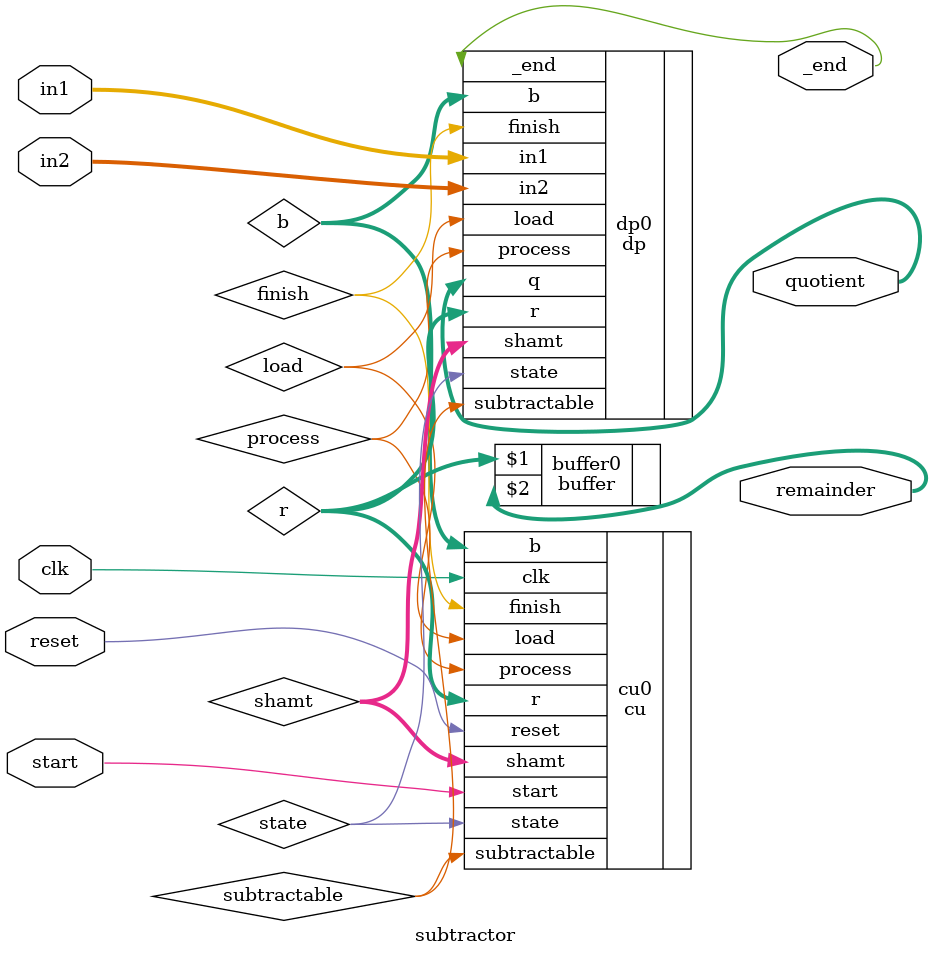
<source format=v>
module subtractor (clk, reset, start, in1, in2, quotient, remainder, _end);

    // operands size
    parameter N = 8;

    input clk;
    input reset;
    input start;
    input [N-1:0] in1;
    input [N-1:0] in2;
    output [N-1:0] quotient;
    output [N-1:0] remainder;
    output _end;

    wire process;
    wire state;
    wire load;
    wire subtractable;
    wire finish;
    wire [N-1:0] r;
    wire [N-1:0] b;
    wire [N-1:0] shamt;

    buffer buffer0 (r[N-1:0], remainder[N-1:0]);
    defparam buffer0.N = N;

    cu cu0 (
        .clk(clk),
        .reset(reset),
        .start(start),
        .r(r),
        .b(b),
        .shamt(shamt),
        .process(process),
        .state(state),
        .load(load),
        .subtractable(subtractable),
        .finish(finish)
        );
    defparam cu0.N = N;

    dp dp0 (
        .in1(in1),
        .in2(in2),
        .process(process),
        .state(state),
        .load(load),
        .subtractable(subtractable),
        .finish(finish),
        .r(r),
        .b(b),
        .shamt(shamt),
        .q(quotient),
        ._end(_end)
        );
    defparam dp0.N = N;

endmodule

</source>
